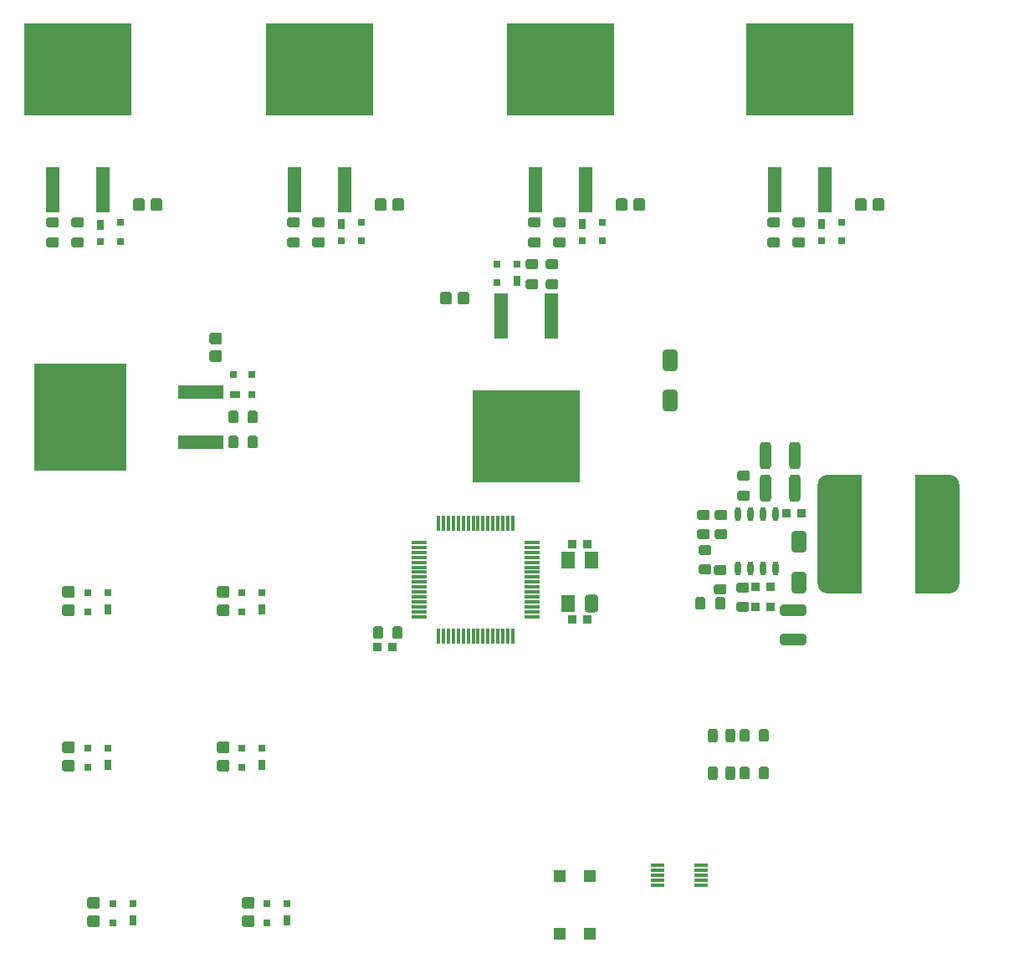
<source format=gtp>
G04*
G04 #@! TF.GenerationSoftware,Altium Limited,Altium Designer,20.1.7 (139)*
G04*
G04 Layer_Color=9474192*
%FSLAX44Y44*%
%MOMM*%
G71*
G04*
G04 #@! TF.SameCoordinates,741834D1-4314-455D-B734-137E6C24AB52*
G04*
G04*
G04 #@! TF.FilePolarity,Positive*
G04*
G01*
G75*
%ADD19R,1.9050X12.0000*%
G04:AMPARAMS|DCode=20|XSize=12mm|YSize=4mm|CornerRadius=1mm|HoleSize=0mm|Usage=FLASHONLY|Rotation=90.000|XOffset=0mm|YOffset=0mm|HoleType=Round|Shape=RoundedRectangle|*
%AMROUNDEDRECTD20*
21,1,12.0000,2.0000,0,0,90.0*
21,1,10.0000,4.0000,0,0,90.0*
1,1,2.0000,1.0000,5.0000*
1,1,2.0000,1.0000,-5.0000*
1,1,2.0000,-1.0000,-5.0000*
1,1,2.0000,-1.0000,5.0000*
%
%ADD20ROUNDEDRECTD20*%
%ADD21R,0.6350X0.6350*%
%ADD22R,0.6350X1.0160*%
G04:AMPARAMS|DCode=23|XSize=1.27mm|YSize=0.95mm|CornerRadius=0.1425mm|HoleSize=0mm|Usage=FLASHONLY|Rotation=0.000|XOffset=0mm|YOffset=0mm|HoleType=Round|Shape=RoundedRectangle|*
%AMROUNDEDRECTD23*
21,1,1.2700,0.6650,0,0,0.0*
21,1,0.9850,0.9500,0,0,0.0*
1,1,0.2850,0.4925,-0.3325*
1,1,0.2850,-0.4925,-0.3325*
1,1,0.2850,-0.4925,0.3325*
1,1,0.2850,0.4925,0.3325*
%
%ADD23ROUNDEDRECTD23*%
%ADD24R,10.8204X9.3980*%
%ADD25R,1.3716X4.6482*%
G04:AMPARAMS|DCode=26|XSize=1.27mm|YSize=1.15mm|CornerRadius=0.1725mm|HoleSize=0mm|Usage=FLASHONLY|Rotation=270.000|XOffset=0mm|YOffset=0mm|HoleType=Round|Shape=RoundedRectangle|*
%AMROUNDEDRECTD26*
21,1,1.2700,0.8050,0,0,270.0*
21,1,0.9250,1.1500,0,0,270.0*
1,1,0.3450,-0.4025,-0.4625*
1,1,0.3450,-0.4025,0.4625*
1,1,0.3450,0.4025,0.4625*
1,1,0.3450,0.4025,-0.4625*
%
%ADD26ROUNDEDRECTD26*%
G04:AMPARAMS|DCode=27|XSize=1.8mm|YSize=1.4mm|CornerRadius=0.35mm|HoleSize=0mm|Usage=FLASHONLY|Rotation=90.000|XOffset=0mm|YOffset=0mm|HoleType=Round|Shape=RoundedRectangle|*
%AMROUNDEDRECTD27*
21,1,1.8000,0.7000,0,0,90.0*
21,1,1.1000,1.4000,0,0,90.0*
1,1,0.7000,0.3500,0.5500*
1,1,0.7000,0.3500,-0.5500*
1,1,0.7000,-0.3500,-0.5500*
1,1,0.7000,-0.3500,0.5500*
%
%ADD27ROUNDEDRECTD27*%
%ADD28R,1.4000X1.8000*%
%ADD29R,1.5000X0.3000*%
%ADD30R,0.3000X1.5000*%
%ADD31R,1.4000X0.3000*%
%ADD32R,0.6350X0.6350*%
%ADD33R,1.0160X0.6350*%
%ADD34O,0.6000X1.4500*%
G04:AMPARAMS|DCode=35|XSize=1.4mm|YSize=1mm|CornerRadius=0.25mm|HoleSize=0mm|Usage=FLASHONLY|Rotation=90.000|XOffset=0mm|YOffset=0mm|HoleType=Round|Shape=RoundedRectangle|*
%AMROUNDEDRECTD35*
21,1,1.4000,0.5000,0,0,90.0*
21,1,0.9000,1.0000,0,0,90.0*
1,1,0.5000,0.2500,0.4500*
1,1,0.5000,0.2500,-0.4500*
1,1,0.5000,-0.2500,-0.4500*
1,1,0.5000,-0.2500,0.4500*
%
%ADD35ROUNDEDRECTD35*%
%ADD36R,1.2700X1.2700*%
G04:AMPARAMS|DCode=37|XSize=1.27mm|YSize=0.95mm|CornerRadius=0.1425mm|HoleSize=0mm|Usage=FLASHONLY|Rotation=90.000|XOffset=0mm|YOffset=0mm|HoleType=Round|Shape=RoundedRectangle|*
%AMROUNDEDRECTD37*
21,1,1.2700,0.6650,0,0,90.0*
21,1,0.9850,0.9500,0,0,90.0*
1,1,0.2850,0.3325,0.4925*
1,1,0.2850,0.3325,-0.4925*
1,1,0.2850,-0.3325,-0.4925*
1,1,0.2850,-0.3325,0.4925*
%
%ADD37ROUNDEDRECTD37*%
%ADD38R,9.3980X10.8204*%
%ADD39R,4.6482X1.3716*%
G04:AMPARAMS|DCode=40|XSize=2.2mm|YSize=1.55mm|CornerRadius=0.3875mm|HoleSize=0mm|Usage=FLASHONLY|Rotation=270.000|XOffset=0mm|YOffset=0mm|HoleType=Round|Shape=RoundedRectangle|*
%AMROUNDEDRECTD40*
21,1,2.2000,0.7750,0,0,270.0*
21,1,1.4250,1.5500,0,0,270.0*
1,1,0.7750,-0.3875,-0.7125*
1,1,0.7750,-0.3875,0.7125*
1,1,0.7750,0.3875,0.7125*
1,1,0.7750,0.3875,-0.7125*
%
%ADD40ROUNDEDRECTD40*%
G04:AMPARAMS|DCode=41|XSize=0.9mm|YSize=0.9mm|CornerRadius=0.135mm|HoleSize=0mm|Usage=FLASHONLY|Rotation=270.000|XOffset=0mm|YOffset=0mm|HoleType=Round|Shape=RoundedRectangle|*
%AMROUNDEDRECTD41*
21,1,0.9000,0.6300,0,0,270.0*
21,1,0.6300,0.9000,0,0,270.0*
1,1,0.2700,-0.3150,-0.3150*
1,1,0.2700,-0.3150,0.3150*
1,1,0.2700,0.3150,0.3150*
1,1,0.2700,0.3150,-0.3150*
%
%ADD41ROUNDEDRECTD41*%
G04:AMPARAMS|DCode=42|XSize=1.27mm|YSize=1.15mm|CornerRadius=0.1725mm|HoleSize=0mm|Usage=FLASHONLY|Rotation=180.000|XOffset=0mm|YOffset=0mm|HoleType=Round|Shape=RoundedRectangle|*
%AMROUNDEDRECTD42*
21,1,1.2700,0.8050,0,0,180.0*
21,1,0.9250,1.1500,0,0,180.0*
1,1,0.3450,-0.4625,0.4025*
1,1,0.3450,0.4625,0.4025*
1,1,0.3450,0.4625,-0.4025*
1,1,0.3450,-0.4625,-0.4025*
%
%ADD42ROUNDEDRECTD42*%
G04:AMPARAMS|DCode=43|XSize=2.7mm|YSize=1.15mm|CornerRadius=0.2875mm|HoleSize=0mm|Usage=FLASHONLY|Rotation=0.000|XOffset=0mm|YOffset=0mm|HoleType=Round|Shape=RoundedRectangle|*
%AMROUNDEDRECTD43*
21,1,2.7000,0.5750,0,0,0.0*
21,1,2.1250,1.1500,0,0,0.0*
1,1,0.5750,1.0625,-0.2875*
1,1,0.5750,-1.0625,-0.2875*
1,1,0.5750,-1.0625,0.2875*
1,1,0.5750,1.0625,0.2875*
%
%ADD43ROUNDEDRECTD43*%
G04:AMPARAMS|DCode=44|XSize=2.7mm|YSize=1.15mm|CornerRadius=0.2875mm|HoleSize=0mm|Usage=FLASHONLY|Rotation=270.000|XOffset=0mm|YOffset=0mm|HoleType=Round|Shape=RoundedRectangle|*
%AMROUNDEDRECTD44*
21,1,2.7000,0.5750,0,0,270.0*
21,1,2.1250,1.1500,0,0,270.0*
1,1,0.5750,-0.2875,-1.0625*
1,1,0.5750,-0.2875,1.0625*
1,1,0.5750,0.2875,1.0625*
1,1,0.5750,0.2875,-1.0625*
%
%ADD44ROUNDEDRECTD44*%
D19*
X2433574Y636778D02*
D03*
X2506726D02*
D03*
D20*
X2522220D02*
D03*
X2418842D02*
D03*
D21*
X1937258Y953008D02*
D03*
X1916938Y933958D02*
D03*
X1937258D02*
D03*
X2423160Y953008D02*
D03*
X2402840Y933958D02*
D03*
X2423160D02*
D03*
X2181098Y953008D02*
D03*
X2160778Y933958D02*
D03*
X2181098D02*
D03*
X2073910Y910844D02*
D03*
X2094230D02*
D03*
X2073910Y891794D02*
D03*
X1685290Y262763D02*
D03*
X1705610D02*
D03*
X1685290Y243713D02*
D03*
X1816100Y577723D02*
D03*
X1836420D02*
D03*
X1816100Y558673D02*
D03*
X1841500Y262763D02*
D03*
X1861820D02*
D03*
X1841500Y243713D02*
D03*
X1659890Y420243D02*
D03*
X1680210D02*
D03*
X1659890Y401193D02*
D03*
X1816100Y420243D02*
D03*
X1836420D02*
D03*
X1816100Y401193D02*
D03*
X1659890Y577723D02*
D03*
X1680210D02*
D03*
X1659890Y558673D02*
D03*
X1692910Y933704D02*
D03*
X1672590D02*
D03*
X1692910Y952754D02*
D03*
D22*
X1916938Y951103D02*
D03*
X2402840D02*
D03*
X2160778D02*
D03*
X2094230Y893699D02*
D03*
X1705610Y245618D02*
D03*
X1836420Y560578D02*
D03*
X1861820Y245618D02*
D03*
X1680210Y403098D02*
D03*
X1836420D02*
D03*
X1680210Y560578D02*
D03*
X1672590Y950849D02*
D03*
D23*
X2129790Y890684D02*
D03*
Y910684D02*
D03*
X2109470Y890684D02*
D03*
Y910684D02*
D03*
X2354580Y952848D02*
D03*
Y932848D02*
D03*
X2112518Y952848D02*
D03*
Y932848D02*
D03*
X1868678Y952848D02*
D03*
Y932848D02*
D03*
X1624330Y952594D02*
D03*
Y932594D02*
D03*
X2379980Y932848D02*
D03*
Y952848D02*
D03*
X2137918Y932848D02*
D03*
Y952848D02*
D03*
X1894078Y932848D02*
D03*
Y952848D02*
D03*
X1649730Y932594D02*
D03*
Y952594D02*
D03*
X2284730Y601378D02*
D03*
Y621378D02*
D03*
X2299970Y581058D02*
D03*
Y601058D02*
D03*
X2322830Y583278D02*
D03*
Y563278D02*
D03*
X2301240Y656938D02*
D03*
Y636938D02*
D03*
X2283460Y656938D02*
D03*
Y636938D02*
D03*
X2324100Y696308D02*
D03*
Y676308D02*
D03*
D24*
X2103755Y736398D02*
D03*
X1649910Y1107694D02*
D03*
X2380160Y1107948D02*
D03*
X2138098D02*
D03*
X1894258D02*
D03*
D25*
X2078355Y858282D02*
D03*
X2129155D02*
D03*
X1675310Y985810D02*
D03*
X1624510D02*
D03*
X2354760Y986064D02*
D03*
X2405560D02*
D03*
X2112698D02*
D03*
X2163498D02*
D03*
X1868858D02*
D03*
X1919658D02*
D03*
D26*
X2039984Y876300D02*
D03*
X2021984D02*
D03*
X2442100Y970788D02*
D03*
X2460100D02*
D03*
X2200038D02*
D03*
X2218038D02*
D03*
X1956198D02*
D03*
X1974198D02*
D03*
X1711850Y970534D02*
D03*
X1729850D02*
D03*
D27*
X2169730Y567280D02*
D03*
D28*
Y611280D02*
D03*
X2145730D02*
D03*
Y567280D02*
D03*
D29*
X2109470Y628721D02*
D03*
Y623720D02*
D03*
Y618721D02*
D03*
Y613720D02*
D03*
Y608721D02*
D03*
Y603720D02*
D03*
Y598721D02*
D03*
Y593720D02*
D03*
Y588721D02*
D03*
Y583720D02*
D03*
Y578721D02*
D03*
Y573720D02*
D03*
Y568721D02*
D03*
Y563720D02*
D03*
Y558721D02*
D03*
Y553720D02*
D03*
X1995470D02*
D03*
Y558721D02*
D03*
Y563720D02*
D03*
Y568721D02*
D03*
Y573720D02*
D03*
Y578721D02*
D03*
Y583720D02*
D03*
Y588721D02*
D03*
Y593720D02*
D03*
Y598721D02*
D03*
Y603720D02*
D03*
Y608721D02*
D03*
Y613720D02*
D03*
Y618721D02*
D03*
Y623720D02*
D03*
Y628721D02*
D03*
D30*
X2014969Y648221D02*
D03*
X2019971D02*
D03*
X2024969D02*
D03*
X2029971D02*
D03*
X2034969D02*
D03*
X2039971D02*
D03*
X2044969D02*
D03*
X2049971D02*
D03*
X2054969D02*
D03*
X2059971D02*
D03*
X2064969D02*
D03*
X2069971D02*
D03*
X2074969D02*
D03*
X2079971D02*
D03*
X2084969D02*
D03*
X2089971D02*
D03*
Y534221D02*
D03*
X2084969D02*
D03*
X2079971D02*
D03*
X2074969D02*
D03*
X2069971D02*
D03*
X2064969D02*
D03*
X2059971D02*
D03*
X2054969D02*
D03*
X2049971D02*
D03*
X2044969D02*
D03*
X2039971D02*
D03*
X2034969D02*
D03*
X2029971D02*
D03*
X2024969D02*
D03*
X2019971D02*
D03*
X2014969D02*
D03*
D31*
X2236564Y281802D02*
D03*
X2280564D02*
D03*
Y301802D02*
D03*
Y296802D02*
D03*
Y291802D02*
D03*
Y286802D02*
D03*
X2236564Y301802D02*
D03*
Y296802D02*
D03*
Y291802D02*
D03*
Y286802D02*
D03*
D32*
X1826006Y798720D02*
D03*
Y778400D02*
D03*
X1806956Y798720D02*
D03*
D33*
X1808861Y778400D02*
D03*
D34*
X2317750Y602598D02*
D03*
X2330450D02*
D03*
X2343150D02*
D03*
X2355850D02*
D03*
X2317750Y657098D02*
D03*
X2330450D02*
D03*
X2343150D02*
D03*
X2355850D02*
D03*
D35*
X2310458Y395064D02*
D03*
X2292458D02*
D03*
X2310458Y433164D02*
D03*
X2292458D02*
D03*
D36*
X2137650Y290830D02*
D03*
X2167650D02*
D03*
X2167650Y232410D02*
D03*
X2137650D02*
D03*
D37*
X1973420Y537210D02*
D03*
X1953420D02*
D03*
X1807116Y730140D02*
D03*
X1827116D02*
D03*
Y755540D02*
D03*
X1807116D02*
D03*
X2344478Y395064D02*
D03*
X2324478D02*
D03*
X2344478Y433164D02*
D03*
X2324478D02*
D03*
X2279810Y566928D02*
D03*
X2299810D02*
D03*
D38*
X1652016Y755720D02*
D03*
D39*
X1773900Y781120D02*
D03*
Y730320D02*
D03*
D40*
X2249170Y813488D02*
D03*
Y772488D02*
D03*
X2379980Y588338D02*
D03*
Y629338D02*
D03*
D41*
X2165230Y627380D02*
D03*
X2150230D02*
D03*
Y551180D02*
D03*
X2165230D02*
D03*
X1968380Y523240D02*
D03*
X1953380D02*
D03*
X2350650Y563118D02*
D03*
X2335650D02*
D03*
X2350650Y583438D02*
D03*
X2335650D02*
D03*
X2367400Y658368D02*
D03*
X2382400D02*
D03*
D42*
X1666240Y245508D02*
D03*
Y263508D02*
D03*
X1797050Y560468D02*
D03*
Y578468D02*
D03*
X1822450Y245508D02*
D03*
Y263508D02*
D03*
X1640840Y402988D02*
D03*
Y420988D02*
D03*
X1797050Y402988D02*
D03*
Y420988D02*
D03*
X1640840Y560468D02*
D03*
Y578468D02*
D03*
X1789176Y817660D02*
D03*
Y835660D02*
D03*
D43*
X2373660Y560082D02*
D03*
Y530082D02*
D03*
D44*
X2375674Y716758D02*
D03*
X2345674D02*
D03*
X2375674Y683738D02*
D03*
X2345674D02*
D03*
M02*

</source>
